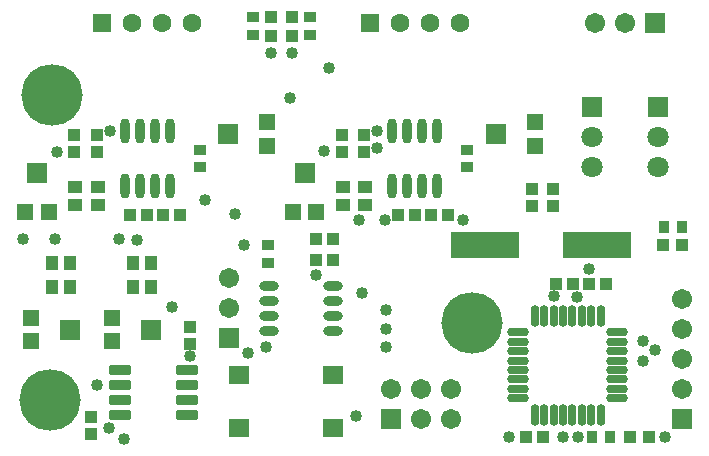
<source format=gts>
G04 Layer_Color=8388736*
%FSLAX24Y24*%
%MOIN*%
G70*
G01*
G75*
%ADD63R,0.0434X0.0395*%
%ADD64R,0.0474X0.0395*%
%ADD65R,0.0434X0.0356*%
%ADD66R,0.0552X0.0552*%
%ADD67R,0.0710X0.0710*%
%ADD68R,0.0552X0.0552*%
%ADD69R,0.0710X0.0710*%
%ADD70R,0.2285X0.0907*%
G04:AMPARAMS|DCode=71|XSize=33.6mil|YSize=73mil|CornerRadius=5.9mil|HoleSize=0mil|Usage=FLASHONLY|Rotation=270.000|XOffset=0mil|YOffset=0mil|HoleType=Round|Shape=RoundedRectangle|*
%AMROUNDEDRECTD71*
21,1,0.0336,0.0611,0,0,270.0*
21,1,0.0218,0.0730,0,0,270.0*
1,1,0.0118,-0.0306,-0.0109*
1,1,0.0118,-0.0306,0.0109*
1,1,0.0118,0.0306,0.0109*
1,1,0.0118,0.0306,-0.0109*
%
%ADD71ROUNDEDRECTD71*%
%ADD72R,0.0395X0.0395*%
%ADD73R,0.0690X0.0592*%
%ADD74R,0.0395X0.0474*%
%ADD75R,0.0395X0.0434*%
%ADD76O,0.0297X0.0730*%
%ADD77O,0.0730X0.0297*%
%ADD78O,0.0651X0.0316*%
%ADD79O,0.0316X0.0828*%
%ADD80R,0.0395X0.0395*%
%ADD81R,0.0356X0.0434*%
%ADD82R,0.0631X0.0631*%
%ADD83C,0.0631*%
%ADD84C,0.0671*%
%ADD85R,0.0671X0.0671*%
%ADD86C,0.2049*%
%ADD87R,0.0671X0.0671*%
%ADD88C,0.0710*%
%ADD89R,0.0710X0.0710*%
%ADD90C,0.0710*%
%ADD91C,0.0400*%
D63*
X20400Y34824D02*
D03*
Y35376D02*
D03*
X31800Y39976D02*
D03*
Y39424D02*
D03*
X32500Y39976D02*
D03*
Y39424D02*
D03*
X17100Y32376D02*
D03*
Y31824D02*
D03*
X16550Y41776D02*
D03*
Y41224D02*
D03*
X17300Y41776D02*
D03*
Y41224D02*
D03*
X26224Y41776D02*
D03*
Y41224D02*
D03*
X25474Y41776D02*
D03*
Y41224D02*
D03*
D64*
X16576Y40045D02*
D03*
Y39455D02*
D03*
X17326Y39455D02*
D03*
Y40045D02*
D03*
X25500D02*
D03*
Y39455D02*
D03*
X26250Y39455D02*
D03*
Y40045D02*
D03*
D65*
X23000Y37505D02*
D03*
Y38095D02*
D03*
X20726Y40724D02*
D03*
Y41276D02*
D03*
X24400Y45105D02*
D03*
Y45695D02*
D03*
X29650Y40724D02*
D03*
Y41276D02*
D03*
X22500Y45105D02*
D03*
Y45695D02*
D03*
D66*
X14913Y39200D02*
D03*
X15700D02*
D03*
X23837Y39200D02*
D03*
X24624D02*
D03*
D67*
X15306Y40499D02*
D03*
X24231Y40499D02*
D03*
X33800Y42700D02*
D03*
D68*
X22976Y41413D02*
D03*
Y42200D02*
D03*
X31900Y41413D02*
D03*
Y42200D02*
D03*
X15100Y35687D02*
D03*
Y34900D02*
D03*
X17800Y35687D02*
D03*
Y34900D02*
D03*
D69*
X21676Y41806D02*
D03*
X30601Y41806D02*
D03*
X16399Y35294D02*
D03*
X19099Y35294D02*
D03*
D70*
X33970Y38100D02*
D03*
X30230D02*
D03*
D71*
X18088Y33950D02*
D03*
Y33450D02*
D03*
Y32950D02*
D03*
Y32450D02*
D03*
X20312Y33950D02*
D03*
Y33450D02*
D03*
Y32950D02*
D03*
Y32450D02*
D03*
D72*
X23100Y45085D02*
D03*
Y45715D02*
D03*
X23800Y45085D02*
D03*
Y45715D02*
D03*
D73*
X22035Y33786D02*
D03*
Y32014D02*
D03*
X25165Y33786D02*
D03*
Y32014D02*
D03*
D74*
X16395Y36700D02*
D03*
X15805D02*
D03*
X18505Y37500D02*
D03*
X19095D02*
D03*
X19095Y36700D02*
D03*
X18505D02*
D03*
X15805Y37500D02*
D03*
X16395D02*
D03*
D75*
X25176Y37600D02*
D03*
X24624D02*
D03*
X25176Y38300D02*
D03*
X24624D02*
D03*
X19524Y39100D02*
D03*
X20076D02*
D03*
X28449Y39100D02*
D03*
X29000D02*
D03*
X18976Y39100D02*
D03*
X18424D02*
D03*
X27900Y39100D02*
D03*
X27349D02*
D03*
X32176Y31700D02*
D03*
X31624D02*
D03*
X32624Y36800D02*
D03*
X33176D02*
D03*
X33724D02*
D03*
X34276D02*
D03*
D76*
X34102Y35754D02*
D03*
X33787D02*
D03*
X33472D02*
D03*
X33157D02*
D03*
X32843D02*
D03*
X32528D02*
D03*
X32213D02*
D03*
X31898D02*
D03*
Y32446D02*
D03*
X32213D02*
D03*
X32528D02*
D03*
X32843D02*
D03*
X33157D02*
D03*
X33472D02*
D03*
X33787D02*
D03*
X34102D02*
D03*
D77*
X31346Y35202D02*
D03*
Y34887D02*
D03*
Y34572D02*
D03*
Y34257D02*
D03*
Y33943D02*
D03*
Y33628D02*
D03*
Y33313D02*
D03*
Y32998D02*
D03*
X34654D02*
D03*
Y33313D02*
D03*
Y33628D02*
D03*
Y33943D02*
D03*
Y34257D02*
D03*
Y34572D02*
D03*
Y34887D02*
D03*
Y35202D02*
D03*
D78*
X23027Y36750D02*
D03*
Y36250D02*
D03*
Y35750D02*
D03*
Y35250D02*
D03*
X25173Y36750D02*
D03*
Y36250D02*
D03*
Y35750D02*
D03*
Y35250D02*
D03*
D79*
X19726Y41925D02*
D03*
X19226D02*
D03*
X18726D02*
D03*
X18226D02*
D03*
X19726Y40075D02*
D03*
X19226D02*
D03*
X18726D02*
D03*
X18226D02*
D03*
X28650Y41925D02*
D03*
X28150D02*
D03*
X27650D02*
D03*
X27150D02*
D03*
X28650Y40075D02*
D03*
X28150D02*
D03*
X27650D02*
D03*
X27150D02*
D03*
D80*
X35715Y31700D02*
D03*
X35085D02*
D03*
X36185Y38100D02*
D03*
X36815D02*
D03*
D81*
X34395Y31700D02*
D03*
X33805D02*
D03*
X36795Y38700D02*
D03*
X36205D02*
D03*
D82*
X17476Y45500D02*
D03*
X26400Y45500D02*
D03*
D83*
X18476Y45500D02*
D03*
X19476D02*
D03*
X20476D02*
D03*
X27400Y45500D02*
D03*
X28400D02*
D03*
X29400D02*
D03*
D84*
X33900D02*
D03*
X34900D02*
D03*
X36800Y33300D02*
D03*
Y34300D02*
D03*
Y35300D02*
D03*
Y36300D02*
D03*
X21700Y37000D02*
D03*
Y36000D02*
D03*
X28100Y32300D02*
D03*
Y33300D02*
D03*
X29100Y32300D02*
D03*
Y33300D02*
D03*
X27100D02*
D03*
D85*
X35900Y45500D02*
D03*
X27100Y32300D02*
D03*
D86*
X29800Y35500D02*
D03*
X15800Y43100D02*
D03*
X15748Y32948D02*
D03*
D87*
X36800Y32300D02*
D03*
X21700Y35000D02*
D03*
D88*
X33800Y41700D02*
D03*
Y40700D02*
D03*
D89*
X36000Y42700D02*
D03*
D90*
Y41700D02*
D03*
Y40700D02*
D03*
D91*
X20400Y34400D02*
D03*
X23750Y43000D02*
D03*
X19800Y36050D02*
D03*
X24624Y37124D02*
D03*
X26650Y41350D02*
D03*
X33350Y31700D02*
D03*
X22350Y34495D02*
D03*
X22950Y34700D02*
D03*
X29500Y38950D02*
D03*
X26900Y38949D02*
D03*
X14850Y38300D02*
D03*
X15900D02*
D03*
X18650Y38282D02*
D03*
X18050Y38300D02*
D03*
X26050Y38950D02*
D03*
X32850Y31700D02*
D03*
X17700Y32000D02*
D03*
X31050Y31700D02*
D03*
X36250Y31700D02*
D03*
X20900Y39600D02*
D03*
X15974Y41224D02*
D03*
X33700Y37300D02*
D03*
X33300Y36376D02*
D03*
X32528Y36400D02*
D03*
X25050Y44000D02*
D03*
X23100Y44500D02*
D03*
X23800D02*
D03*
X35500Y34257D02*
D03*
X17300Y33450D02*
D03*
X26950Y35950D02*
D03*
X26950Y35300D02*
D03*
X26950Y34700D02*
D03*
X22205Y38095D02*
D03*
X35500Y34900D02*
D03*
X35900Y34600D02*
D03*
X25950Y32400D02*
D03*
X26650Y41925D02*
D03*
X17726Y41925D02*
D03*
X26126Y36526D02*
D03*
X21900Y39150D02*
D03*
X18200Y31640D02*
D03*
X24875Y41250D02*
D03*
M02*

</source>
